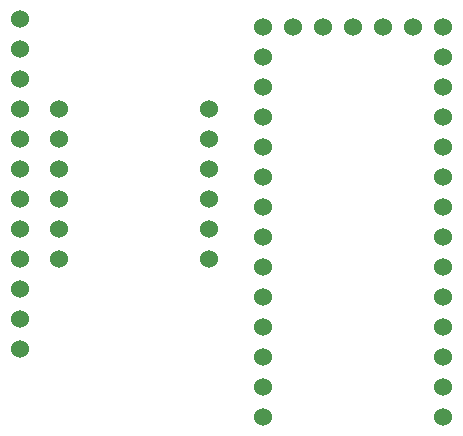
<source format=gbr>
%TF.GenerationSoftware,KiCad,Pcbnew,(6.0.4-0)*%
%TF.CreationDate,2022-08-04T12:40:34-05:00*%
%TF.ProjectId,pixel-frame-adapter,70697865-6c2d-4667-9261-6d652d616461,rev?*%
%TF.SameCoordinates,Original*%
%TF.FileFunction,Soldermask,Bot*%
%TF.FilePolarity,Negative*%
%FSLAX46Y46*%
G04 Gerber Fmt 4.6, Leading zero omitted, Abs format (unit mm)*
G04 Created by KiCad (PCBNEW (6.0.4-0)) date 2022-08-04 12:40:34*
%MOMM*%
%LPD*%
G01*
G04 APERTURE LIST*
%ADD10C,1.524000*%
G04 APERTURE END LIST*
D10*
%TO.C,U3*%
X148844000Y-107042204D03*
X148844000Y-104502204D03*
X148844000Y-101962204D03*
X148844000Y-99422204D03*
X148844000Y-96882204D03*
X148844000Y-94342204D03*
X136144000Y-94342204D03*
X136144000Y-96882204D03*
X136144000Y-99422204D03*
X136144000Y-101962204D03*
X136144000Y-104502204D03*
X136144000Y-107042204D03*
%TD*%
%TO.C,U2*%
X168681400Y-120370600D03*
X168681400Y-117830600D03*
X168681400Y-115290600D03*
X168681400Y-112750600D03*
X168681400Y-110210600D03*
X168681400Y-107670600D03*
X168681400Y-105130600D03*
X168681400Y-102590600D03*
X168681400Y-100050600D03*
X168681400Y-97510600D03*
X168681400Y-94970600D03*
X168681400Y-92430600D03*
X168681400Y-89890600D03*
X168681400Y-87350600D03*
X166141400Y-87350600D03*
X163601400Y-87350600D03*
X161061400Y-87350600D03*
X158521400Y-87350600D03*
X155981400Y-87350600D03*
X153441400Y-87350600D03*
X153441400Y-89890600D03*
X153441400Y-92430600D03*
X153441400Y-94970600D03*
X153441400Y-97510600D03*
X153441400Y-100050600D03*
X153441400Y-102590600D03*
X153441400Y-105130600D03*
X153441400Y-107670600D03*
X153441400Y-110210600D03*
X153441400Y-112750600D03*
X153441400Y-115290600D03*
X153441400Y-117830600D03*
X153441400Y-120370600D03*
%TD*%
%TO.C,U1*%
X132867400Y-114662204D03*
X132867400Y-112122204D03*
X132867400Y-109582204D03*
X132867400Y-107042204D03*
X132867400Y-104502204D03*
X132867400Y-101962204D03*
X132867400Y-99422204D03*
X132867400Y-96882204D03*
X132867400Y-94342204D03*
X132867400Y-91802204D03*
X132867400Y-89262204D03*
X132867400Y-86722204D03*
%TD*%
M02*

</source>
